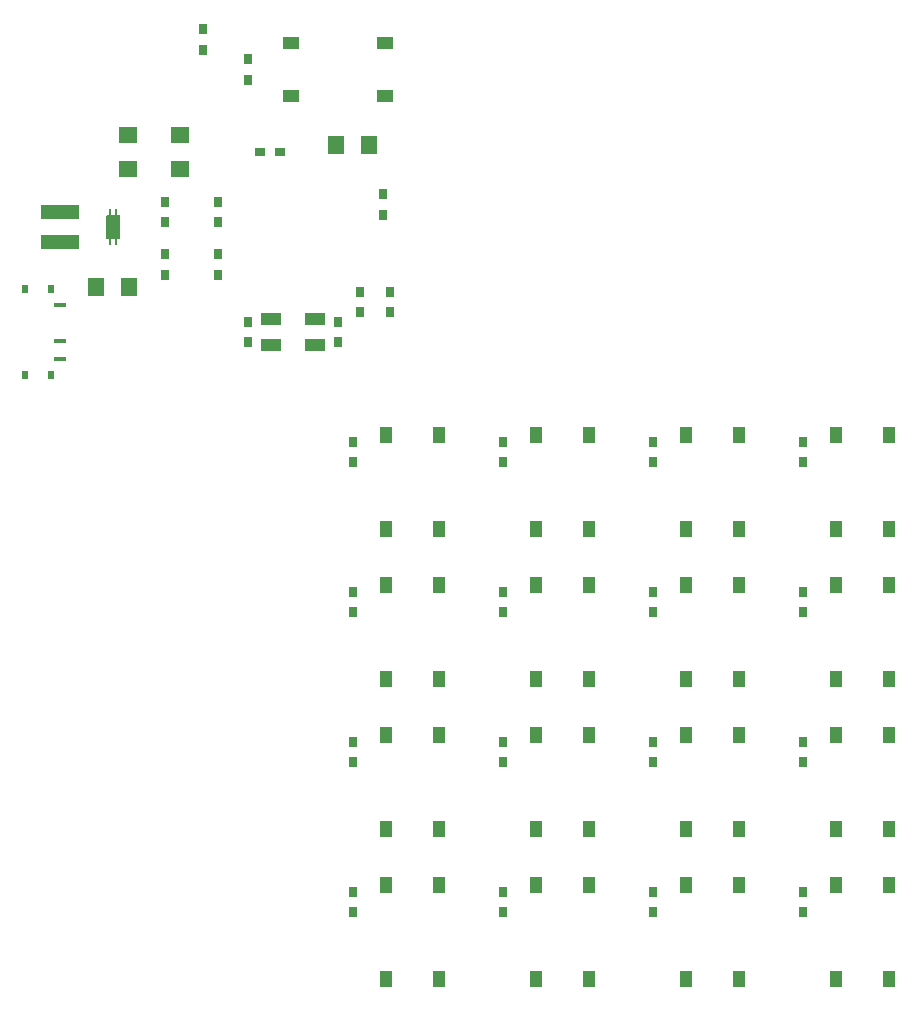
<source format=gbr>
G04 DipTrace Beta 3.0.9.0*
G04 TopPaste.gbr*
%MOIN*%
G04 #@! TF.FileFunction,Paste,Top*
G04 #@! TF.Part,Single*
%AMOUTLINE2*
4,1,22,
-0.011811,0.059055,
-0.011811,0.039366,
-0.01973,0.039375,
-0.020263,0.038708,
-0.023622,0.034141,
-0.023622,-0.03937,
-0.011811,-0.03937,
-0.011811,-0.059055,
-0.007874,-0.059055,
-0.007874,-0.03937,
0.007874,-0.03937,
0.007874,-0.059055,
0.011811,-0.059055,
0.011811,-0.03937,
0.023622,-0.03937,
0.023622,0.03937,
0.011811,0.03937,
0.011811,0.059055,
0.007874,0.059055,
0.007874,0.03937,
-0.007874,0.03937,
-0.007874,0.059055,
-0.011811,0.059055,
0*%
%ADD48R,0.070866X0.03937*%
%ADD50R,0.015748X0.003937*%
%ADD52R,0.055118X0.003937*%
%ADD54R,0.003937X0.055118*%
%ADD56R,0.019685X0.031496*%
%ADD58R,0.03937X0.015748*%
%ADD60R,0.05315X0.043307*%
%ADD62R,0.043307X0.05315*%
%ADD66R,0.129921X0.047244*%
%ADD68R,0.062992X0.055118*%
%ADD70R,0.055118X0.062992*%
%ADD72R,0.035433X0.031496*%
%ADD74R,0.031496X0.035433*%
%ADD81OUTLINE2*%
%FSLAX26Y26*%
G04*
G70*
G90*
G75*
G01*
G04 TopPaste*
%LPD*%
D74*
X800000Y3141535D3*
Y3208465D3*
X700000Y2491535D3*
Y2558465D3*
D72*
X841535Y2900000D3*
X908465D3*
D74*
X1250000Y2758465D3*
Y2691535D3*
D70*
X1094882Y2925000D3*
X1205118D3*
D74*
X1175000Y2433465D3*
Y2366535D3*
X1275000Y2433465D3*
Y2366535D3*
X1100000Y2333465D3*
Y2266535D3*
X800000D3*
Y2333465D3*
D70*
X294882Y2450000D3*
X405118D3*
D68*
X400000Y2955118D3*
Y2844882D3*
X575000Y2955118D3*
Y2844882D3*
D74*
X525000Y2666535D3*
Y2733465D3*
D66*
X175000Y2598819D3*
Y2701181D3*
D74*
X1150000Y1866535D3*
Y1933465D3*
X1650000Y1866535D3*
Y1933465D3*
X2150000Y1866535D3*
Y1933465D3*
X1150000Y1366535D3*
Y1433465D3*
X1650000Y1366535D3*
Y1433465D3*
X2150000Y1366535D3*
Y1433465D3*
X1150000Y866535D3*
Y933465D3*
X1650000Y866535D3*
Y933465D3*
X2150000Y866535D3*
Y933465D3*
X1150000Y366535D3*
Y433465D3*
X2150000Y366535D3*
Y433465D3*
X2650000Y1866535D3*
Y1933465D3*
Y1366535D3*
Y1433465D3*
Y866535D3*
Y933465D3*
Y366535D3*
Y433465D3*
X1650000Y366535D3*
Y433465D3*
X700000Y2733465D3*
Y2666535D3*
X650000Y3241535D3*
Y3308465D3*
X525000Y2491535D3*
Y2558465D3*
D62*
X1438587Y1956496D3*
X1261412D3*
X1261421Y1643504D3*
X1438577D3*
X1938587Y1956496D3*
X1761412D3*
X1761421Y1643504D3*
X1938577D3*
X2438587Y1956496D3*
X2261412D3*
X2261421Y1643504D3*
X2438577D3*
X1438587Y1456496D3*
X1261412D3*
X1261421Y1143504D3*
X1438577D3*
X1938587Y1456496D3*
X1761412D3*
X1761421Y1143504D3*
X1938577D3*
X2438587Y1456496D3*
X2261412D3*
X2261421Y1143504D3*
X2438577D3*
X1438587Y956496D3*
X1261412D3*
X1261421Y643504D3*
X1438577D3*
X1938587Y956496D3*
X1761412D3*
X1761421Y643504D3*
X1938577D3*
X2438587Y956496D3*
X2261412D3*
X2261421Y643504D3*
X2438577D3*
X1438587Y456496D3*
X1261412D3*
X1261421Y143504D3*
X1438577D3*
X2438587Y456496D3*
X2261412D3*
X2261421Y143504D3*
X2438577D3*
X2938587Y1956496D3*
X2761412D3*
X2761421Y1643504D3*
X2938577D3*
X2938587Y1456496D3*
X2761412D3*
X2761421Y1143504D3*
X2938577D3*
X2938587Y956496D3*
X2761412D3*
X2761421Y643504D3*
X2938577D3*
X2938587Y456496D3*
X2761412D3*
X2761421Y143504D3*
X2938577D3*
X1938587Y456496D3*
X1761412D3*
X1761421Y143504D3*
X1938577D3*
D60*
X943504Y3263587D3*
Y3086412D3*
X1256496Y3086421D3*
Y3263577D3*
D58*
X174803Y2270472D3*
Y2211417D3*
Y2388583D3*
D56*
X143307Y2442717D3*
X56693Y2157283D3*
Y2442717D3*
X143307Y2157283D3*
D54*
X866732Y2459646D3*
X886417D3*
X906102D3*
X925787D3*
X945472D3*
X965157D3*
X984843D3*
X1004528D3*
X1024213D3*
X1043898D3*
X1063583D3*
X1083268D3*
D52*
X1140354Y2516732D3*
Y2536417D3*
Y2556102D3*
Y2575787D3*
Y2595472D3*
Y2615157D3*
Y2634843D3*
Y2654528D3*
Y2674213D3*
Y2693898D3*
Y2713583D3*
Y2733268D3*
D54*
X1083268Y2790354D3*
X1063583D3*
X1043898D3*
X1024213D3*
X1004528D3*
X984843D3*
X965157D3*
X945472D3*
X925787D3*
X906102D3*
X886417D3*
X866732D3*
D52*
X809646Y2733268D3*
Y2713583D3*
Y2693898D3*
Y2674213D3*
Y2654528D3*
Y2634843D3*
Y2615157D3*
Y2595472D3*
Y2575787D3*
Y2556102D3*
Y2536417D3*
Y2516732D3*
D50*
X298819Y2689379D3*
Y2669694D3*
Y2650009D3*
Y2630324D3*
Y2610639D3*
X401181Y2610630D3*
Y2630324D3*
Y2650009D3*
Y2669694D3*
Y2689379D3*
D81*
X350000Y2650000D3*
D48*
X1022835Y2256693D3*
X877165D3*
Y2343307D3*
X1022835D3*
M02*

</source>
